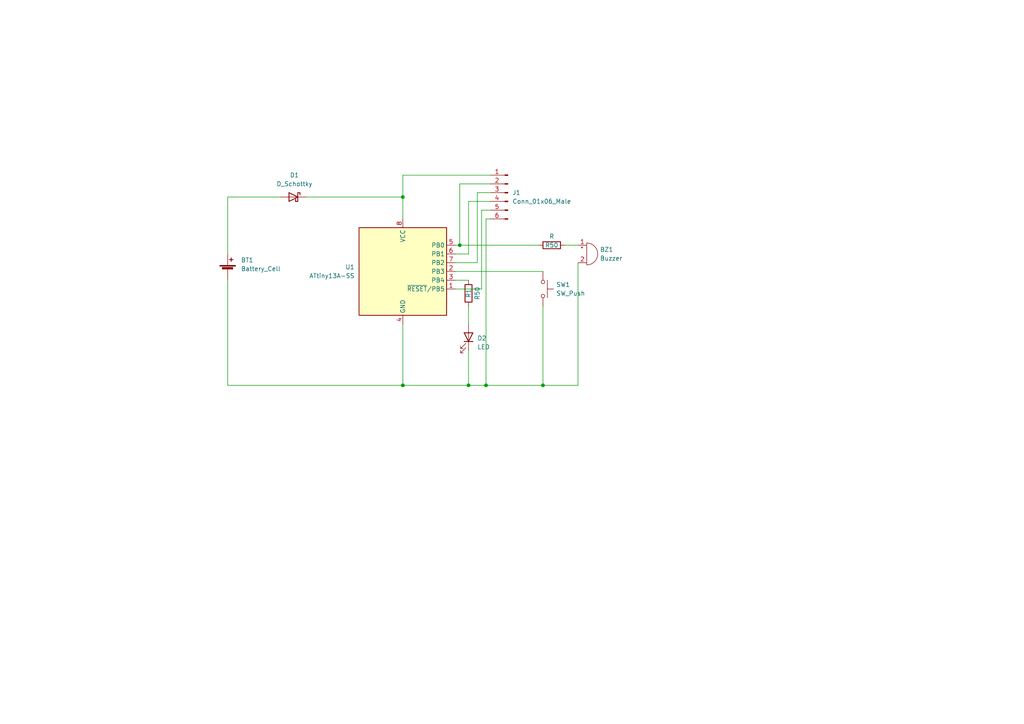
<source format=kicad_sch>
(kicad_sch (version 20211123) (generator eeschema)

  (uuid da173822-6058-402c-898d-f9d03093f09d)

  (paper "A4")

  (lib_symbols
    (symbol "Connector:Conn_01x06_Male" (pin_names (offset 1.016) hide) (in_bom yes) (on_board yes)
      (property "Reference" "J" (id 0) (at 0 7.62 0)
        (effects (font (size 1.27 1.27)))
      )
      (property "Value" "Conn_01x06_Male" (id 1) (at 0 -10.16 0)
        (effects (font (size 1.27 1.27)))
      )
      (property "Footprint" "" (id 2) (at 0 0 0)
        (effects (font (size 1.27 1.27)) hide)
      )
      (property "Datasheet" "~" (id 3) (at 0 0 0)
        (effects (font (size 1.27 1.27)) hide)
      )
      (property "ki_keywords" "connector" (id 4) (at 0 0 0)
        (effects (font (size 1.27 1.27)) hide)
      )
      (property "ki_description" "Generic connector, single row, 01x06, script generated (kicad-library-utils/schlib/autogen/connector/)" (id 5) (at 0 0 0)
        (effects (font (size 1.27 1.27)) hide)
      )
      (property "ki_fp_filters" "Connector*:*_1x??_*" (id 6) (at 0 0 0)
        (effects (font (size 1.27 1.27)) hide)
      )
      (symbol "Conn_01x06_Male_1_1"
        (polyline
          (pts
            (xy 1.27 -7.62)
            (xy 0.8636 -7.62)
          )
          (stroke (width 0.1524) (type default) (color 0 0 0 0))
          (fill (type none))
        )
        (polyline
          (pts
            (xy 1.27 -5.08)
            (xy 0.8636 -5.08)
          )
          (stroke (width 0.1524) (type default) (color 0 0 0 0))
          (fill (type none))
        )
        (polyline
          (pts
            (xy 1.27 -2.54)
            (xy 0.8636 -2.54)
          )
          (stroke (width 0.1524) (type default) (color 0 0 0 0))
          (fill (type none))
        )
        (polyline
          (pts
            (xy 1.27 0)
            (xy 0.8636 0)
          )
          (stroke (width 0.1524) (type default) (color 0 0 0 0))
          (fill (type none))
        )
        (polyline
          (pts
            (xy 1.27 2.54)
            (xy 0.8636 2.54)
          )
          (stroke (width 0.1524) (type default) (color 0 0 0 0))
          (fill (type none))
        )
        (polyline
          (pts
            (xy 1.27 5.08)
            (xy 0.8636 5.08)
          )
          (stroke (width 0.1524) (type default) (color 0 0 0 0))
          (fill (type none))
        )
        (rectangle (start 0.8636 -7.493) (end 0 -7.747)
          (stroke (width 0.1524) (type default) (color 0 0 0 0))
          (fill (type outline))
        )
        (rectangle (start 0.8636 -4.953) (end 0 -5.207)
          (stroke (width 0.1524) (type default) (color 0 0 0 0))
          (fill (type outline))
        )
        (rectangle (start 0.8636 -2.413) (end 0 -2.667)
          (stroke (width 0.1524) (type default) (color 0 0 0 0))
          (fill (type outline))
        )
        (rectangle (start 0.8636 0.127) (end 0 -0.127)
          (stroke (width 0.1524) (type default) (color 0 0 0 0))
          (fill (type outline))
        )
        (rectangle (start 0.8636 2.667) (end 0 2.413)
          (stroke (width 0.1524) (type default) (color 0 0 0 0))
          (fill (type outline))
        )
        (rectangle (start 0.8636 5.207) (end 0 4.953)
          (stroke (width 0.1524) (type default) (color 0 0 0 0))
          (fill (type outline))
        )
        (pin passive line (at 5.08 5.08 180) (length 3.81)
          (name "Pin_1" (effects (font (size 1.27 1.27))))
          (number "1" (effects (font (size 1.27 1.27))))
        )
        (pin passive line (at 5.08 2.54 180) (length 3.81)
          (name "Pin_2" (effects (font (size 1.27 1.27))))
          (number "2" (effects (font (size 1.27 1.27))))
        )
        (pin passive line (at 5.08 0 180) (length 3.81)
          (name "Pin_3" (effects (font (size 1.27 1.27))))
          (number "3" (effects (font (size 1.27 1.27))))
        )
        (pin passive line (at 5.08 -2.54 180) (length 3.81)
          (name "Pin_4" (effects (font (size 1.27 1.27))))
          (number "4" (effects (font (size 1.27 1.27))))
        )
        (pin passive line (at 5.08 -5.08 180) (length 3.81)
          (name "Pin_5" (effects (font (size 1.27 1.27))))
          (number "5" (effects (font (size 1.27 1.27))))
        )
        (pin passive line (at 5.08 -7.62 180) (length 3.81)
          (name "Pin_6" (effects (font (size 1.27 1.27))))
          (number "6" (effects (font (size 1.27 1.27))))
        )
      )
    )
    (symbol "Device:Battery_Cell" (pin_numbers hide) (pin_names (offset 0) hide) (in_bom yes) (on_board yes)
      (property "Reference" "BT" (id 0) (at 2.54 2.54 0)
        (effects (font (size 1.27 1.27)) (justify left))
      )
      (property "Value" "Battery_Cell" (id 1) (at 2.54 0 0)
        (effects (font (size 1.27 1.27)) (justify left))
      )
      (property "Footprint" "" (id 2) (at 0 1.524 90)
        (effects (font (size 1.27 1.27)) hide)
      )
      (property "Datasheet" "~" (id 3) (at 0 1.524 90)
        (effects (font (size 1.27 1.27)) hide)
      )
      (property "ki_keywords" "battery cell" (id 4) (at 0 0 0)
        (effects (font (size 1.27 1.27)) hide)
      )
      (property "ki_description" "Single-cell battery" (id 5) (at 0 0 0)
        (effects (font (size 1.27 1.27)) hide)
      )
      (symbol "Battery_Cell_0_1"
        (rectangle (start -2.286 1.778) (end 2.286 1.524)
          (stroke (width 0) (type default) (color 0 0 0 0))
          (fill (type outline))
        )
        (rectangle (start -1.5748 1.1938) (end 1.4732 0.6858)
          (stroke (width 0) (type default) (color 0 0 0 0))
          (fill (type outline))
        )
        (polyline
          (pts
            (xy 0 0.762)
            (xy 0 0)
          )
          (stroke (width 0) (type default) (color 0 0 0 0))
          (fill (type none))
        )
        (polyline
          (pts
            (xy 0 1.778)
            (xy 0 2.54)
          )
          (stroke (width 0) (type default) (color 0 0 0 0))
          (fill (type none))
        )
        (polyline
          (pts
            (xy 0.508 3.429)
            (xy 1.524 3.429)
          )
          (stroke (width 0.254) (type default) (color 0 0 0 0))
          (fill (type none))
        )
        (polyline
          (pts
            (xy 1.016 3.937)
            (xy 1.016 2.921)
          )
          (stroke (width 0.254) (type default) (color 0 0 0 0))
          (fill (type none))
        )
      )
      (symbol "Battery_Cell_1_1"
        (pin passive line (at 0 5.08 270) (length 2.54)
          (name "+" (effects (font (size 1.27 1.27))))
          (number "1" (effects (font (size 1.27 1.27))))
        )
        (pin passive line (at 0 -2.54 90) (length 2.54)
          (name "-" (effects (font (size 1.27 1.27))))
          (number "2" (effects (font (size 1.27 1.27))))
        )
      )
    )
    (symbol "Device:Buzzer" (pin_names (offset 0.0254) hide) (in_bom yes) (on_board yes)
      (property "Reference" "BZ" (id 0) (at 3.81 1.27 0)
        (effects (font (size 1.27 1.27)) (justify left))
      )
      (property "Value" "Buzzer" (id 1) (at 3.81 -1.27 0)
        (effects (font (size 1.27 1.27)) (justify left))
      )
      (property "Footprint" "" (id 2) (at -0.635 2.54 90)
        (effects (font (size 1.27 1.27)) hide)
      )
      (property "Datasheet" "~" (id 3) (at -0.635 2.54 90)
        (effects (font (size 1.27 1.27)) hide)
      )
      (property "ki_keywords" "quartz resonator ceramic" (id 4) (at 0 0 0)
        (effects (font (size 1.27 1.27)) hide)
      )
      (property "ki_description" "Buzzer, polarized" (id 5) (at 0 0 0)
        (effects (font (size 1.27 1.27)) hide)
      )
      (property "ki_fp_filters" "*Buzzer*" (id 6) (at 0 0 0)
        (effects (font (size 1.27 1.27)) hide)
      )
      (symbol "Buzzer_0_1"
        (arc (start 0 -3.175) (mid 3.175 0) (end 0 3.175)
          (stroke (width 0) (type default) (color 0 0 0 0))
          (fill (type none))
        )
        (polyline
          (pts
            (xy -1.651 1.905)
            (xy -1.143 1.905)
          )
          (stroke (width 0) (type default) (color 0 0 0 0))
          (fill (type none))
        )
        (polyline
          (pts
            (xy -1.397 2.159)
            (xy -1.397 1.651)
          )
          (stroke (width 0) (type default) (color 0 0 0 0))
          (fill (type none))
        )
        (polyline
          (pts
            (xy 0 3.175)
            (xy 0 -3.175)
          )
          (stroke (width 0) (type default) (color 0 0 0 0))
          (fill (type none))
        )
      )
      (symbol "Buzzer_1_1"
        (pin passive line (at -2.54 2.54 0) (length 2.54)
          (name "-" (effects (font (size 1.27 1.27))))
          (number "1" (effects (font (size 1.27 1.27))))
        )
        (pin passive line (at -2.54 -2.54 0) (length 2.54)
          (name "+" (effects (font (size 1.27 1.27))))
          (number "2" (effects (font (size 1.27 1.27))))
        )
      )
    )
    (symbol "Device:D_Schottky" (pin_numbers hide) (pin_names (offset 1.016) hide) (in_bom yes) (on_board yes)
      (property "Reference" "D" (id 0) (at 0 2.54 0)
        (effects (font (size 1.27 1.27)))
      )
      (property "Value" "D_Schottky" (id 1) (at 0 -2.54 0)
        (effects (font (size 1.27 1.27)))
      )
      (property "Footprint" "" (id 2) (at 0 0 0)
        (effects (font (size 1.27 1.27)) hide)
      )
      (property "Datasheet" "~" (id 3) (at 0 0 0)
        (effects (font (size 1.27 1.27)) hide)
      )
      (property "ki_keywords" "diode Schottky" (id 4) (at 0 0 0)
        (effects (font (size 1.27 1.27)) hide)
      )
      (property "ki_description" "Schottky diode" (id 5) (at 0 0 0)
        (effects (font (size 1.27 1.27)) hide)
      )
      (property "ki_fp_filters" "TO-???* *_Diode_* *SingleDiode* D_*" (id 6) (at 0 0 0)
        (effects (font (size 1.27 1.27)) hide)
      )
      (symbol "D_Schottky_0_1"
        (polyline
          (pts
            (xy 1.27 0)
            (xy -1.27 0)
          )
          (stroke (width 0) (type default) (color 0 0 0 0))
          (fill (type none))
        )
        (polyline
          (pts
            (xy 1.27 1.27)
            (xy 1.27 -1.27)
            (xy -1.27 0)
            (xy 1.27 1.27)
          )
          (stroke (width 0.254) (type default) (color 0 0 0 0))
          (fill (type none))
        )
        (polyline
          (pts
            (xy -1.905 0.635)
            (xy -1.905 1.27)
            (xy -1.27 1.27)
            (xy -1.27 -1.27)
            (xy -0.635 -1.27)
            (xy -0.635 -0.635)
          )
          (stroke (width 0.254) (type default) (color 0 0 0 0))
          (fill (type none))
        )
      )
      (symbol "D_Schottky_1_1"
        (pin passive line (at -3.81 0 0) (length 2.54)
          (name "K" (effects (font (size 1.27 1.27))))
          (number "1" (effects (font (size 1.27 1.27))))
        )
        (pin passive line (at 3.81 0 180) (length 2.54)
          (name "A" (effects (font (size 1.27 1.27))))
          (number "2" (effects (font (size 1.27 1.27))))
        )
      )
    )
    (symbol "Device:LED" (pin_numbers hide) (pin_names (offset 1.016) hide) (in_bom yes) (on_board yes)
      (property "Reference" "D" (id 0) (at 0 2.54 0)
        (effects (font (size 1.27 1.27)))
      )
      (property "Value" "LED" (id 1) (at 0 -2.54 0)
        (effects (font (size 1.27 1.27)))
      )
      (property "Footprint" "" (id 2) (at 0 0 0)
        (effects (font (size 1.27 1.27)) hide)
      )
      (property "Datasheet" "~" (id 3) (at 0 0 0)
        (effects (font (size 1.27 1.27)) hide)
      )
      (property "ki_keywords" "LED diode" (id 4) (at 0 0 0)
        (effects (font (size 1.27 1.27)) hide)
      )
      (property "ki_description" "Light emitting diode" (id 5) (at 0 0 0)
        (effects (font (size 1.27 1.27)) hide)
      )
      (property "ki_fp_filters" "LED* LED_SMD:* LED_THT:*" (id 6) (at 0 0 0)
        (effects (font (size 1.27 1.27)) hide)
      )
      (symbol "LED_0_1"
        (polyline
          (pts
            (xy -1.27 -1.27)
            (xy -1.27 1.27)
          )
          (stroke (width 0.254) (type default) (color 0 0 0 0))
          (fill (type none))
        )
        (polyline
          (pts
            (xy -1.27 0)
            (xy 1.27 0)
          )
          (stroke (width 0) (type default) (color 0 0 0 0))
          (fill (type none))
        )
        (polyline
          (pts
            (xy 1.27 -1.27)
            (xy 1.27 1.27)
            (xy -1.27 0)
            (xy 1.27 -1.27)
          )
          (stroke (width 0.254) (type default) (color 0 0 0 0))
          (fill (type none))
        )
        (polyline
          (pts
            (xy -3.048 -0.762)
            (xy -4.572 -2.286)
            (xy -3.81 -2.286)
            (xy -4.572 -2.286)
            (xy -4.572 -1.524)
          )
          (stroke (width 0) (type default) (color 0 0 0 0))
          (fill (type none))
        )
        (polyline
          (pts
            (xy -1.778 -0.762)
            (xy -3.302 -2.286)
            (xy -2.54 -2.286)
            (xy -3.302 -2.286)
            (xy -3.302 -1.524)
          )
          (stroke (width 0) (type default) (color 0 0 0 0))
          (fill (type none))
        )
      )
      (symbol "LED_1_1"
        (pin passive line (at -3.81 0 0) (length 2.54)
          (name "K" (effects (font (size 1.27 1.27))))
          (number "1" (effects (font (size 1.27 1.27))))
        )
        (pin passive line (at 3.81 0 180) (length 2.54)
          (name "A" (effects (font (size 1.27 1.27))))
          (number "2" (effects (font (size 1.27 1.27))))
        )
      )
    )
    (symbol "Device:R" (pin_numbers hide) (pin_names (offset 0)) (in_bom yes) (on_board yes)
      (property "Reference" "R" (id 0) (at 2.032 0 90)
        (effects (font (size 1.27 1.27)))
      )
      (property "Value" "R" (id 1) (at 0 0 90)
        (effects (font (size 1.27 1.27)))
      )
      (property "Footprint" "" (id 2) (at -1.778 0 90)
        (effects (font (size 1.27 1.27)) hide)
      )
      (property "Datasheet" "~" (id 3) (at 0 0 0)
        (effects (font (size 1.27 1.27)) hide)
      )
      (property "ki_keywords" "R res resistor" (id 4) (at 0 0 0)
        (effects (font (size 1.27 1.27)) hide)
      )
      (property "ki_description" "Resistor" (id 5) (at 0 0 0)
        (effects (font (size 1.27 1.27)) hide)
      )
      (property "ki_fp_filters" "R_*" (id 6) (at 0 0 0)
        (effects (font (size 1.27 1.27)) hide)
      )
      (symbol "R_0_1"
        (rectangle (start -1.016 -2.54) (end 1.016 2.54)
          (stroke (width 0.254) (type default) (color 0 0 0 0))
          (fill (type none))
        )
      )
      (symbol "R_1_1"
        (pin passive line (at 0 3.81 270) (length 1.27)
          (name "~" (effects (font (size 1.27 1.27))))
          (number "1" (effects (font (size 1.27 1.27))))
        )
        (pin passive line (at 0 -3.81 90) (length 1.27)
          (name "~" (effects (font (size 1.27 1.27))))
          (number "2" (effects (font (size 1.27 1.27))))
        )
      )
    )
    (symbol "MCU_Microchip_ATtiny:ATtiny13A-SS" (in_bom yes) (on_board yes)
      (property "Reference" "U" (id 0) (at -12.7 13.97 0)
        (effects (font (size 1.27 1.27)) (justify left bottom))
      )
      (property "Value" "ATtiny13A-SS" (id 1) (at 2.54 -13.97 0)
        (effects (font (size 1.27 1.27)) (justify left top))
      )
      (property "Footprint" "Package_SO:SOIC-8_3.9x4.9mm_P1.27mm" (id 2) (at 0 0 0)
        (effects (font (size 1.27 1.27) italic) hide)
      )
      (property "Datasheet" "http://ww1.microchip.com/downloads/en/DeviceDoc/doc8126.pdf" (id 3) (at 0 0 0)
        (effects (font (size 1.27 1.27)) hide)
      )
      (property "ki_keywords" "AVR 8bit Microcontroller tinyAVR" (id 4) (at 0 0 0)
        (effects (font (size 1.27 1.27)) hide)
      )
      (property "ki_description" "20MHz, 1kB Flash, 64B SRAM, 64B EEPROM, debugWIRE, SOIC-8" (id 5) (at 0 0 0)
        (effects (font (size 1.27 1.27)) hide)
      )
      (property "ki_fp_filters" "SOIC*3.9x4.9mm*P1.27mm*" (id 6) (at 0 0 0)
        (effects (font (size 1.27 1.27)) hide)
      )
      (symbol "ATtiny13A-SS_0_1"
        (rectangle (start -12.7 -12.7) (end 12.7 12.7)
          (stroke (width 0.254) (type default) (color 0 0 0 0))
          (fill (type background))
        )
      )
      (symbol "ATtiny13A-SS_1_1"
        (pin bidirectional line (at 15.24 -5.08 180) (length 2.54)
          (name "~{RESET}/PB5" (effects (font (size 1.27 1.27))))
          (number "1" (effects (font (size 1.27 1.27))))
        )
        (pin bidirectional line (at 15.24 0 180) (length 2.54)
          (name "PB3" (effects (font (size 1.27 1.27))))
          (number "2" (effects (font (size 1.27 1.27))))
        )
        (pin bidirectional line (at 15.24 -2.54 180) (length 2.54)
          (name "PB4" (effects (font (size 1.27 1.27))))
          (number "3" (effects (font (size 1.27 1.27))))
        )
        (pin power_in line (at 0 -15.24 90) (length 2.54)
          (name "GND" (effects (font (size 1.27 1.27))))
          (number "4" (effects (font (size 1.27 1.27))))
        )
        (pin bidirectional line (at 15.24 7.62 180) (length 2.54)
          (name "PB0" (effects (font (size 1.27 1.27))))
          (number "5" (effects (font (size 1.27 1.27))))
        )
        (pin bidirectional line (at 15.24 5.08 180) (length 2.54)
          (name "PB1" (effects (font (size 1.27 1.27))))
          (number "6" (effects (font (size 1.27 1.27))))
        )
        (pin bidirectional line (at 15.24 2.54 180) (length 2.54)
          (name "PB2" (effects (font (size 1.27 1.27))))
          (number "7" (effects (font (size 1.27 1.27))))
        )
        (pin power_in line (at 0 15.24 270) (length 2.54)
          (name "VCC" (effects (font (size 1.27 1.27))))
          (number "8" (effects (font (size 1.27 1.27))))
        )
      )
    )
    (symbol "Switch:SW_Push" (pin_numbers hide) (pin_names (offset 1.016) hide) (in_bom yes) (on_board yes)
      (property "Reference" "SW" (id 0) (at 1.27 2.54 0)
        (effects (font (size 1.27 1.27)) (justify left))
      )
      (property "Value" "SW_Push" (id 1) (at 0 -1.524 0)
        (effects (font (size 1.27 1.27)))
      )
      (property "Footprint" "" (id 2) (at 0 5.08 0)
        (effects (font (size 1.27 1.27)) hide)
      )
      (property "Datasheet" "~" (id 3) (at 0 5.08 0)
        (effects (font (size 1.27 1.27)) hide)
      )
      (property "ki_keywords" "switch normally-open pushbutton push-button" (id 4) (at 0 0 0)
        (effects (font (size 1.27 1.27)) hide)
      )
      (property "ki_description" "Push button switch, generic, two pins" (id 5) (at 0 0 0)
        (effects (font (size 1.27 1.27)) hide)
      )
      (symbol "SW_Push_0_1"
        (circle (center -2.032 0) (radius 0.508)
          (stroke (width 0) (type default) (color 0 0 0 0))
          (fill (type none))
        )
        (polyline
          (pts
            (xy 0 1.27)
            (xy 0 3.048)
          )
          (stroke (width 0) (type default) (color 0 0 0 0))
          (fill (type none))
        )
        (polyline
          (pts
            (xy 2.54 1.27)
            (xy -2.54 1.27)
          )
          (stroke (width 0) (type default) (color 0 0 0 0))
          (fill (type none))
        )
        (circle (center 2.032 0) (radius 0.508)
          (stroke (width 0) (type default) (color 0 0 0 0))
          (fill (type none))
        )
        (pin passive line (at -5.08 0 0) (length 2.54)
          (name "1" (effects (font (size 1.27 1.27))))
          (number "1" (effects (font (size 1.27 1.27))))
        )
        (pin passive line (at 5.08 0 180) (length 2.54)
          (name "2" (effects (font (size 1.27 1.27))))
          (number "2" (effects (font (size 1.27 1.27))))
        )
      )
    )
  )

  (junction (at 116.84 111.76) (diameter 0) (color 0 0 0 0)
    (uuid 5dd167f6-bf2a-48db-a24a-14318bb5a6ba)
  )
  (junction (at 140.97 111.76) (diameter 0) (color 0 0 0 0)
    (uuid 761ab925-580f-4673-b7b8-80aed432abc6)
  )
  (junction (at 133.35 71.12) (diameter 0) (color 0 0 0 0)
    (uuid 98da1a41-0d62-49ef-989e-14ef2c331818)
  )
  (junction (at 116.84 57.15) (diameter 0) (color 0 0 0 0)
    (uuid c5fe55ac-392a-4596-8c0c-62d86b25003d)
  )
  (junction (at 135.89 111.76) (diameter 0) (color 0 0 0 0)
    (uuid eb9871c9-7a2f-4fdc-8930-56ac469b6886)
  )
  (junction (at 157.48 111.76) (diameter 0) (color 0 0 0 0)
    (uuid eec83891-0c03-4d99-97ed-81bf1d7abf24)
  )

  (wire (pts (xy 116.84 93.98) (xy 116.84 111.76))
    (stroke (width 0) (type default) (color 0 0 0 0))
    (uuid 1a094e8e-c87f-414a-8c48-17ffb15ccb3f)
  )
  (wire (pts (xy 88.9 57.15) (xy 116.84 57.15))
    (stroke (width 0) (type default) (color 0 0 0 0))
    (uuid 23d8914f-e706-4bde-a23d-1ec70bad7733)
  )
  (wire (pts (xy 135.89 101.6) (xy 135.89 111.76))
    (stroke (width 0) (type default) (color 0 0 0 0))
    (uuid 2f5f8d49-3261-4d0e-a986-f37bf7b034c3)
  )
  (wire (pts (xy 142.24 50.8) (xy 116.84 50.8))
    (stroke (width 0) (type default) (color 0 0 0 0))
    (uuid 3875be4f-27bc-4cef-9f65-394f602b38c6)
  )
  (wire (pts (xy 135.89 88.9) (xy 135.89 93.98))
    (stroke (width 0) (type default) (color 0 0 0 0))
    (uuid 3a663291-8ce3-446e-b95a-3a6279b4978d)
  )
  (wire (pts (xy 167.64 111.76) (xy 167.64 76.2))
    (stroke (width 0) (type default) (color 0 0 0 0))
    (uuid 41fc6589-d105-496e-8625-fbe4b4938ee5)
  )
  (wire (pts (xy 132.08 83.82) (xy 139.7 83.82))
    (stroke (width 0) (type default) (color 0 0 0 0))
    (uuid 494cd228-b218-4652-bb8a-f9febed8533f)
  )
  (wire (pts (xy 135.89 111.76) (xy 140.97 111.76))
    (stroke (width 0) (type default) (color 0 0 0 0))
    (uuid 4a1b0bc5-5add-4f35-a3b3-d7e1d81c8f40)
  )
  (wire (pts (xy 140.97 63.5) (xy 140.97 111.76))
    (stroke (width 0) (type default) (color 0 0 0 0))
    (uuid 4ac242d4-bd34-4466-8b5b-6213b2115c78)
  )
  (wire (pts (xy 66.04 111.76) (xy 116.84 111.76))
    (stroke (width 0) (type default) (color 0 0 0 0))
    (uuid 55e9d395-c0f2-4132-b1b1-285e5e9ed271)
  )
  (wire (pts (xy 138.43 55.88) (xy 142.24 55.88))
    (stroke (width 0) (type default) (color 0 0 0 0))
    (uuid 72d7817f-393a-4647-9c13-316be54c213f)
  )
  (wire (pts (xy 138.43 76.2) (xy 138.43 55.88))
    (stroke (width 0) (type default) (color 0 0 0 0))
    (uuid 78301d46-f6ea-46ef-8cb8-301162dfb034)
  )
  (wire (pts (xy 66.04 73.66) (xy 66.04 57.15))
    (stroke (width 0) (type default) (color 0 0 0 0))
    (uuid 86abac9e-0315-49a1-b871-92e8dbab7e80)
  )
  (wire (pts (xy 66.04 57.15) (xy 81.28 57.15))
    (stroke (width 0) (type default) (color 0 0 0 0))
    (uuid 8b10c937-54fb-456a-b317-6db3a28be683)
  )
  (wire (pts (xy 142.24 53.34) (xy 133.35 53.34))
    (stroke (width 0) (type default) (color 0 0 0 0))
    (uuid 8d624822-3e6e-40e9-bed8-68aa4b02fbd4)
  )
  (wire (pts (xy 157.48 88.9) (xy 157.48 111.76))
    (stroke (width 0) (type default) (color 0 0 0 0))
    (uuid 908f502a-d31a-4240-a016-6ae7fe814f76)
  )
  (wire (pts (xy 66.04 81.28) (xy 66.04 111.76))
    (stroke (width 0) (type default) (color 0 0 0 0))
    (uuid 90f5cf46-faa5-40c5-aa4d-ae6f57227f29)
  )
  (wire (pts (xy 157.48 111.76) (xy 167.64 111.76))
    (stroke (width 0) (type default) (color 0 0 0 0))
    (uuid a9b09591-4321-4ad3-9dbb-102f0272393d)
  )
  (wire (pts (xy 133.35 71.12) (xy 156.21 71.12))
    (stroke (width 0) (type default) (color 0 0 0 0))
    (uuid aaadbbc2-560f-4c27-8c39-f63b47f74cea)
  )
  (wire (pts (xy 135.89 58.42) (xy 135.89 73.66))
    (stroke (width 0) (type default) (color 0 0 0 0))
    (uuid af9c2350-db4e-40ce-807e-e27a4c055543)
  )
  (wire (pts (xy 142.24 58.42) (xy 135.89 58.42))
    (stroke (width 0) (type default) (color 0 0 0 0))
    (uuid b2d6ef46-8b32-41fd-96a3-ca5d5e437863)
  )
  (wire (pts (xy 116.84 50.8) (xy 116.84 57.15))
    (stroke (width 0) (type default) (color 0 0 0 0))
    (uuid b98957f3-9b0b-4f16-9825-d2e92d4d95f2)
  )
  (wire (pts (xy 132.08 78.74) (xy 157.48 78.74))
    (stroke (width 0) (type default) (color 0 0 0 0))
    (uuid bb58ac5b-383a-41d5-8ffc-5e163e096502)
  )
  (wire (pts (xy 140.97 111.76) (xy 157.48 111.76))
    (stroke (width 0) (type default) (color 0 0 0 0))
    (uuid befdc2ea-833f-4757-8a51-297123efdff4)
  )
  (wire (pts (xy 116.84 111.76) (xy 135.89 111.76))
    (stroke (width 0) (type default) (color 0 0 0 0))
    (uuid c27f6075-0ed9-4ecd-b237-642bdcf3e1c2)
  )
  (wire (pts (xy 139.7 60.96) (xy 139.7 83.82))
    (stroke (width 0) (type default) (color 0 0 0 0))
    (uuid c6d2c04e-e6ef-4c73-8c48-c3bee86aa960)
  )
  (wire (pts (xy 132.08 73.66) (xy 135.89 73.66))
    (stroke (width 0) (type default) (color 0 0 0 0))
    (uuid ce713c66-833e-4f41-833d-2d016f9992ab)
  )
  (wire (pts (xy 142.24 60.96) (xy 139.7 60.96))
    (stroke (width 0) (type default) (color 0 0 0 0))
    (uuid d201a054-edfd-47ef-b0a3-f0c3cb498b01)
  )
  (wire (pts (xy 142.24 63.5) (xy 140.97 63.5))
    (stroke (width 0) (type default) (color 0 0 0 0))
    (uuid dbdd4a24-2750-4682-b525-a9c2fa041236)
  )
  (wire (pts (xy 133.35 53.34) (xy 133.35 71.12))
    (stroke (width 0) (type default) (color 0 0 0 0))
    (uuid e423315b-e10a-4d64-9ef0-ccba981d3cdd)
  )
  (wire (pts (xy 132.08 81.28) (xy 135.89 81.28))
    (stroke (width 0) (type default) (color 0 0 0 0))
    (uuid ea4f4c46-0308-44c8-add0-4b5eec0a2317)
  )
  (wire (pts (xy 116.84 57.15) (xy 116.84 63.5))
    (stroke (width 0) (type default) (color 0 0 0 0))
    (uuid eb3d4eea-7cab-4309-aa7c-a54f34fa7d0a)
  )
  (wire (pts (xy 163.83 71.12) (xy 167.64 71.12))
    (stroke (width 0) (type default) (color 0 0 0 0))
    (uuid ede58e2b-4a98-4562-8367-c20cc5b855e8)
  )
  (wire (pts (xy 132.08 71.12) (xy 133.35 71.12))
    (stroke (width 0) (type default) (color 0 0 0 0))
    (uuid effa8a0b-a657-4034-abb5-32166d72c162)
  )
  (wire (pts (xy 138.43 76.2) (xy 132.08 76.2))
    (stroke (width 0) (type default) (color 0 0 0 0))
    (uuid f32f3bff-9c05-4569-bcc9-8c689d5cacc1)
  )

  (symbol (lib_id "Device:Battery_Cell") (at 66.04 78.74 0) (unit 1)
    (in_bom yes) (on_board yes) (fields_autoplaced)
    (uuid 16091985-67be-4573-b4d7-7e35c1505d70)
    (property "Reference" "BT1" (id 0) (at 69.85 75.4379 0)
      (effects (font (size 1.27 1.27)) (justify left))
    )
    (property "Value" "Battery_Cell" (id 1) (at 69.85 77.9779 0)
      (effects (font (size 1.27 1.27)) (justify left))
    )
    (property "Footprint" "Library:BatteryHolder_Keystone_103_1x20mm" (id 2) (at 66.04 77.216 90)
      (effects (font (size 1.27 1.27)) hide)
    )
    (property "Datasheet" "~" (id 3) (at 66.04 77.216 90)
      (effects (font (size 1.27 1.27)) hide)
    )
    (pin "1" (uuid 37ab2e33-8d77-4720-af82-1e36ea301e4c))
    (pin "2" (uuid e05978ab-927e-49dd-b011-b96c578713af))
  )

  (symbol (lib_id "Device:LED") (at 135.89 97.79 270) (mirror x) (unit 1)
    (in_bom yes) (on_board yes) (fields_autoplaced)
    (uuid 380a02be-15f4-4a35-9e9a-a7d172f909a0)
    (property "Reference" "D2" (id 0) (at 138.43 98.1074 90)
      (effects (font (size 1.27 1.27)) (justify left))
    )
    (property "Value" "LED" (id 1) (at 138.43 100.6474 90)
      (effects (font (size 1.27 1.27)) (justify left))
    )
    (property "Footprint" "LED_THT:LED_D5.0mm" (id 2) (at 135.89 97.79 0)
      (effects (font (size 1.27 1.27)) hide)
    )
    (property "Datasheet" "~" (id 3) (at 135.89 97.79 0)
      (effects (font (size 1.27 1.27)) hide)
    )
    (pin "1" (uuid 661b4c51-c5f7-40de-b1b9-4eb6659b6fb5))
    (pin "2" (uuid b99158a3-96a5-4d42-83bd-0e9928612085))
  )

  (symbol (lib_id "Device:R") (at 135.89 85.09 0) (unit 1)
    (in_bom yes) (on_board yes)
    (uuid 58df77db-a939-48c9-b618-0fe049128f7c)
    (property "Reference" "R1" (id 0) (at 135.89 85.09 90))
    (property "Value" "R50" (id 1) (at 138.43 85.09 90))
    (property "Footprint" "Resistor_SMD:R_0805_2012Metric_Pad1.20x1.40mm_HandSolder" (id 2) (at 134.112 85.09 90)
      (effects (font (size 1.27 1.27)) hide)
    )
    (property "Datasheet" "~" (id 3) (at 135.89 85.09 0)
      (effects (font (size 1.27 1.27)) hide)
    )
    (pin "1" (uuid 64598991-b54b-478f-bbf3-f418e597fbca))
    (pin "2" (uuid 1c681fd0-adc6-4f77-a531-3c442d404e31))
  )

  (symbol (lib_id "Connector:Conn_01x06_Male") (at 147.32 55.88 0) (mirror y) (unit 1)
    (in_bom yes) (on_board yes) (fields_autoplaced)
    (uuid 6866bb76-4026-418b-aca3-417fe0ea081d)
    (property "Reference" "J1" (id 0) (at 148.59 55.8799 0)
      (effects (font (size 1.27 1.27)) (justify right))
    )
    (property "Value" "Conn_01x06_Male" (id 1) (at 148.59 58.4199 0)
      (effects (font (size 1.27 1.27)) (justify right))
    )
    (property "Footprint" "Connector_PinHeader_2.54mm:PinHeader_1x06_P2.54mm_Vertical" (id 2) (at 147.32 55.88 0)
      (effects (font (size 1.27 1.27)) hide)
    )
    (property "Datasheet" "~" (id 3) (at 147.32 55.88 0)
      (effects (font (size 1.27 1.27)) hide)
    )
    (pin "1" (uuid 7e5629be-5830-43a3-a048-e4228f3d852a))
    (pin "2" (uuid 24f7d8f9-1e2f-491b-a3b1-6919127263bb))
    (pin "3" (uuid b013fb59-205a-42c4-86c8-01a2debc5f25))
    (pin "4" (uuid f87543f4-72fb-4c0e-ad7f-0b97ca379214))
    (pin "5" (uuid 8faeeca5-f167-40f5-b95f-092a36868754))
    (pin "6" (uuid 12398af8-52a7-480d-aa79-6d4653546e17))
  )

  (symbol (lib_id "MCU_Microchip_ATtiny:ATtiny13A-SS") (at 116.84 78.74 0) (unit 1)
    (in_bom yes) (on_board yes) (fields_autoplaced)
    (uuid 71c22f09-1c50-4481-a775-b5819b928cb3)
    (property "Reference" "U1" (id 0) (at 102.87 77.4699 0)
      (effects (font (size 1.27 1.27)) (justify right))
    )
    (property "Value" "ATtiny13A-SS" (id 1) (at 102.87 80.0099 0)
      (effects (font (size 1.27 1.27)) (justify right))
    )
    (property "Footprint" "Package_SO:SOIC-8_3.9x4.9mm_P1.27mm" (id 2) (at 116.84 78.74 0)
      (effects (font (size 1.27 1.27) italic) hide)
    )
    (property "Datasheet" "http://ww1.microchip.com/downloads/en/DeviceDoc/doc8126.pdf" (id 3) (at 116.84 78.74 0)
      (effects (font (size 1.27 1.27)) hide)
    )
    (pin "1" (uuid cdb745ef-4656-4723-96d4-0e91d2623a29))
    (pin "2" (uuid 4ba2634b-5124-4f15-abca-a4f0e352d386))
    (pin "3" (uuid 55d9bb5b-fbb6-4df8-b1c3-40f7c73339c0))
    (pin "4" (uuid 325437f4-3f0d-4b45-8b17-0f48d8c295b0))
    (pin "5" (uuid 3fb01090-ec24-421c-afd1-6c9915dc9764))
    (pin "6" (uuid de8739c7-34d0-4cab-b05a-d3dae1db21f9))
    (pin "7" (uuid 28418c81-cf94-4dce-aaf3-0de1cd53bb65))
    (pin "8" (uuid cba82ea8-060f-4c48-96ce-ceb43019922d))
  )

  (symbol (lib_id "Device:Buzzer") (at 170.18 73.66 0) (unit 1)
    (in_bom yes) (on_board yes) (fields_autoplaced)
    (uuid 8f2bf41d-9d7d-4dbe-ab60-1f0946bee363)
    (property "Reference" "BZ1" (id 0) (at 173.99 72.3899 0)
      (effects (font (size 1.27 1.27)) (justify left))
    )
    (property "Value" "Buzzer" (id 1) (at 173.99 74.9299 0)
      (effects (font (size 1.27 1.27)) (justify left))
    )
    (property "Footprint" "Library:HPM14A" (id 2) (at 169.545 71.12 90)
      (effects (font (size 1.27 1.27)) hide)
    )
    (property "Datasheet" "~" (id 3) (at 169.545 71.12 90)
      (effects (font (size 1.27 1.27)) hide)
    )
    (pin "1" (uuid 09b27124-6943-4f2a-98a3-6f922e9ef46f))
    (pin "2" (uuid 19e2eae7-13ee-4a44-9c5f-80fb469c6d35))
  )

  (symbol (lib_id "Device:R") (at 160.02 71.12 90) (unit 1)
    (in_bom yes) (on_board yes)
    (uuid c20c8240-f20f-4af4-b7b3-c3396cd7849f)
    (property "Reference" "R50" (id 0) (at 160.02 71.12 90))
    (property "Value" "R" (id 1) (at 160.02 68.58 90))
    (property "Footprint" "Resistor_SMD:R_0805_2012Metric_Pad1.20x1.40mm_HandSolder" (id 2) (at 160.02 72.898 90)
      (effects (font (size 1.27 1.27)) hide)
    )
    (property "Datasheet" "~" (id 3) (at 160.02 71.12 0)
      (effects (font (size 1.27 1.27)) hide)
    )
    (pin "1" (uuid ff5d1a41-d9af-4641-a265-64f65c9675e8))
    (pin "2" (uuid 5833b7cf-1698-45cd-9e26-1f4d9bca7c8f))
  )

  (symbol (lib_id "Switch:SW_Push") (at 157.48 83.82 270) (unit 1)
    (in_bom yes) (on_board yes) (fields_autoplaced)
    (uuid caeabfdf-0ecd-4401-9522-bcb13d038186)
    (property "Reference" "SW1" (id 0) (at 161.29 82.5499 90)
      (effects (font (size 1.27 1.27)) (justify left))
    )
    (property "Value" "SW_Push" (id 1) (at 161.29 85.0899 90)
      (effects (font (size 1.27 1.27)) (justify left))
    )
    (property "Footprint" "Library:gomb" (id 2) (at 162.56 83.82 0)
      (effects (font (size 1.27 1.27)) hide)
    )
    (property "Datasheet" "~" (id 3) (at 162.56 83.82 0)
      (effects (font (size 1.27 1.27)) hide)
    )
    (pin "1" (uuid 2824397a-e2e3-493d-bf63-6d29920af8a1))
    (pin "2" (uuid be1d76ad-bbe7-4298-a53a-9a1c244b9d33))
  )

  (symbol (lib_id "Device:D_Schottky") (at 85.09 57.15 0) (mirror y) (unit 1)
    (in_bom yes) (on_board yes) (fields_autoplaced)
    (uuid f6ab2ba6-1113-4c72-9dc5-1b013e3aed70)
    (property "Reference" "D1" (id 0) (at 85.4075 50.8 0))
    (property "Value" "D_Schottky" (id 1) (at 85.4075 53.34 0))
    (property "Footprint" "Diode_THT:D_5W_P10.16mm_Horizontal" (id 2) (at 85.09 57.15 0)
      (effects (font (size 1.27 1.27)) hide)
    )
    (property "Datasheet" "~" (id 3) (at 85.09 57.15 0)
      (effects (font (size 1.27 1.27)) hide)
    )
    (pin "1" (uuid 7e2ab033-9dbf-461a-b77a-cdae5c483fe1))
    (pin "2" (uuid fdaee110-f704-4a69-8831-b0b44f74df02))
  )

  (sheet_instances
    (path "/" (page "1"))
  )

  (symbol_instances
    (path "/16091985-67be-4573-b4d7-7e35c1505d70"
      (reference "BT1") (unit 1) (value "Battery_Cell") (footprint "Library:BatteryHolder_Keystone_103_1x20mm")
    )
    (path "/8f2bf41d-9d7d-4dbe-ab60-1f0946bee363"
      (reference "BZ1") (unit 1) (value "Buzzer") (footprint "Library:HPM14A")
    )
    (path "/f6ab2ba6-1113-4c72-9dc5-1b013e3aed70"
      (reference "D1") (unit 1) (value "D_Schottky") (footprint "Diode_THT:D_5W_P10.16mm_Horizontal")
    )
    (path "/380a02be-15f4-4a35-9e9a-a7d172f909a0"
      (reference "D2") (unit 1) (value "LED") (footprint "LED_THT:LED_D5.0mm")
    )
    (path "/6866bb76-4026-418b-aca3-417fe0ea081d"
      (reference "J1") (unit 1) (value "Conn_01x06_Male") (footprint "Connector_PinHeader_2.54mm:PinHeader_1x06_P2.54mm_Vertical")
    )
    (path "/58df77db-a939-48c9-b618-0fe049128f7c"
      (reference "R1") (unit 1) (value "R50") (footprint "Resistor_SMD:R_0805_2012Metric_Pad1.20x1.40mm_HandSolder")
    )
    (path "/c20c8240-f20f-4af4-b7b3-c3396cd7849f"
      (reference "R50") (unit 1) (value "R") (footprint "Resistor_SMD:R_0805_2012Metric_Pad1.20x1.40mm_HandSolder")
    )
    (path "/caeabfdf-0ecd-4401-9522-bcb13d038186"
      (reference "SW1") (unit 1) (value "SW_Push") (footprint "Library:gomb")
    )
    (path "/71c22f09-1c50-4481-a775-b5819b928cb3"
      (reference "U1") (unit 1) (value "ATtiny13A-SS") (footprint "Package_SO:SOIC-8_3.9x4.9mm_P1.27mm")
    )
  )
)

</source>
